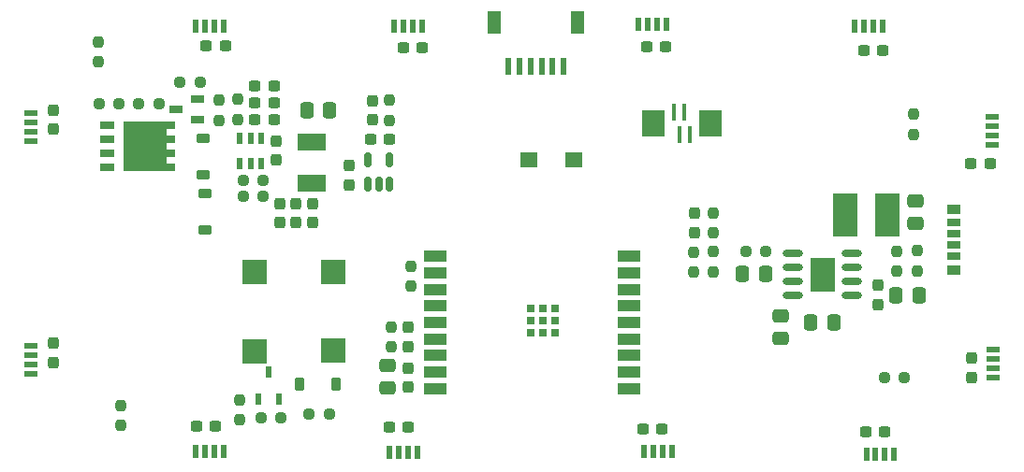
<source format=gbr>
%TF.GenerationSoftware,KiCad,Pcbnew,8.0.2*%
%TF.CreationDate,2024-07-08T12:14:41+08:00*%
%TF.ProjectId,bat_rf,6261745f-7266-42e6-9b69-6361645f7063,rev?*%
%TF.SameCoordinates,Original*%
%TF.FileFunction,Paste,Bot*%
%TF.FilePolarity,Positive*%
%FSLAX46Y46*%
G04 Gerber Fmt 4.6, Leading zero omitted, Abs format (unit mm)*
G04 Created by KiCad (PCBNEW 8.0.2) date 2024-07-08 12:14:41*
%MOMM*%
%LPD*%
G01*
G04 APERTURE LIST*
G04 Aperture macros list*
%AMRoundRect*
0 Rectangle with rounded corners*
0 $1 Rounding radius*
0 $2 $3 $4 $5 $6 $7 $8 $9 X,Y pos of 4 corners*
0 Add a 4 corners polygon primitive as box body*
4,1,4,$2,$3,$4,$5,$6,$7,$8,$9,$2,$3,0*
0 Add four circle primitives for the rounded corners*
1,1,$1+$1,$2,$3*
1,1,$1+$1,$4,$5*
1,1,$1+$1,$6,$7*
1,1,$1+$1,$8,$9*
0 Add four rect primitives between the rounded corners*
20,1,$1+$1,$2,$3,$4,$5,0*
20,1,$1+$1,$4,$5,$6,$7,0*
20,1,$1+$1,$6,$7,$8,$9,0*
20,1,$1+$1,$8,$9,$2,$3,0*%
G04 Aperture macros list end*
%ADD10C,0.120000*%
%ADD11R,3.800000X4.400000*%
%ADD12R,1.200000X0.580000*%
%ADD13RoundRect,0.237500X-0.250000X-0.237500X0.250000X-0.237500X0.250000X0.237500X-0.250000X0.237500X0*%
%ADD14R,1.200000X0.550000*%
%ADD15RoundRect,0.225000X-0.375000X0.225000X-0.375000X-0.225000X0.375000X-0.225000X0.375000X0.225000X0*%
%ADD16RoundRect,0.237500X0.237500X-0.250000X0.237500X0.250000X-0.237500X0.250000X-0.237500X-0.250000X0*%
%ADD17RoundRect,0.237500X0.300000X0.237500X-0.300000X0.237500X-0.300000X-0.237500X0.300000X-0.237500X0*%
%ADD18R,0.550000X1.200000*%
%ADD19RoundRect,0.237500X0.237500X-0.300000X0.237500X0.300000X-0.237500X0.300000X-0.237500X-0.300000X0*%
%ADD20RoundRect,0.237500X0.250000X0.237500X-0.250000X0.237500X-0.250000X-0.237500X0.250000X-0.237500X0*%
%ADD21RoundRect,0.237500X0.237500X-0.287500X0.237500X0.287500X-0.237500X0.287500X-0.237500X-0.287500X0*%
%ADD22RoundRect,0.237500X-0.237500X0.250000X-0.237500X-0.250000X0.237500X-0.250000X0.237500X0.250000X0*%
%ADD23R,1.530000X1.360000*%
%ADD24R,0.600000X1.600000*%
%ADD25R,1.200000X2.000000*%
%ADD26R,0.532000X1.072000*%
%ADD27RoundRect,0.237500X-0.300000X-0.237500X0.300000X-0.237500X0.300000X0.237500X-0.300000X0.237500X0*%
%ADD28O,1.865000X0.630000*%
%ADD29R,2.200000X3.100000*%
%ADD30RoundRect,0.250000X0.337500X0.475000X-0.337500X0.475000X-0.337500X-0.475000X0.337500X-0.475000X0*%
%ADD31RoundRect,0.237500X-0.237500X0.300000X-0.237500X-0.300000X0.237500X-0.300000X0.237500X0.300000X0*%
%ADD32R,2.500000X1.500000*%
%ADD33RoundRect,0.225000X0.375000X-0.225000X0.375000X0.225000X-0.375000X0.225000X-0.375000X-0.225000X0*%
%ADD34R,1.200000X0.700000*%
%ADD35R,1.200000X0.800000*%
%ADD36R,1.200000X0.900000*%
%ADD37R,0.400000X1.500000*%
%ADD38R,2.000000X2.400000*%
%ADD39R,2.000000X1.000000*%
%ADD40R,0.700000X0.700000*%
%ADD41R,2.200000X2.200000*%
%ADD42RoundRect,0.250000X0.475000X-0.337500X0.475000X0.337500X-0.475000X0.337500X-0.475000X-0.337500X0*%
%ADD43RoundRect,0.250000X-0.337500X-0.475000X0.337500X-0.475000X0.337500X0.475000X-0.337500X0.475000X0*%
%ADD44R,1.250000X0.700000*%
%ADD45RoundRect,0.225000X0.225000X0.375000X-0.225000X0.375000X-0.225000X-0.375000X0.225000X-0.375000X0*%
%ADD46RoundRect,0.250000X-0.475000X0.337500X-0.475000X-0.337500X0.475000X-0.337500X0.475000X0.337500X0*%
%ADD47R,0.600000X1.070000*%
%ADD48RoundRect,0.150000X0.150000X-0.512500X0.150000X0.512500X-0.150000X0.512500X-0.150000X-0.512500X0*%
%ADD49R,2.200000X3.900000*%
G04 APERTURE END LIST*
D10*
%TO.C,Q1*%
X78096000Y-78766000D02*
X78900000Y-78766000D01*
X78900000Y-79346000D01*
X78096000Y-79346000D01*
X78096000Y-80035000D01*
X78900000Y-80035000D01*
X78900000Y-80615000D01*
X78096000Y-80615000D01*
X78096000Y-81305000D01*
X78900000Y-81305000D01*
X78900000Y-81885000D01*
X78096000Y-81885000D01*
X78096000Y-82575000D01*
X78900000Y-82575000D01*
X78900000Y-83155000D01*
X78096000Y-83155000D01*
X78096000Y-83163000D01*
X74296000Y-83163000D01*
X74296000Y-78763000D01*
X78096000Y-78763000D01*
X78096000Y-78766000D01*
G36*
X78096000Y-78766000D02*
G01*
X78900000Y-78766000D01*
X78900000Y-79346000D01*
X78096000Y-79346000D01*
X78096000Y-80035000D01*
X78900000Y-80035000D01*
X78900000Y-80615000D01*
X78096000Y-80615000D01*
X78096000Y-81305000D01*
X78900000Y-81305000D01*
X78900000Y-81885000D01*
X78096000Y-81885000D01*
X78096000Y-82575000D01*
X78900000Y-82575000D01*
X78900000Y-83155000D01*
X78096000Y-83155000D01*
X78096000Y-83163000D01*
X74296000Y-83163000D01*
X74296000Y-78763000D01*
X78096000Y-78763000D01*
X78096000Y-78766000D01*
G37*
X73400000Y-79350000D02*
X72200000Y-79350000D01*
X72200000Y-78770000D01*
X73400000Y-78770000D01*
X73400000Y-79350000D01*
G36*
X73400000Y-79350000D02*
G01*
X72200000Y-79350000D01*
X72200000Y-78770000D01*
X73400000Y-78770000D01*
X73400000Y-79350000D01*
G37*
X73400000Y-80620000D02*
X72200000Y-80620000D01*
X72200000Y-80040000D01*
X73400000Y-80040000D01*
X73400000Y-80620000D01*
G36*
X73400000Y-80620000D02*
G01*
X72200000Y-80620000D01*
X72200000Y-80040000D01*
X73400000Y-80040000D01*
X73400000Y-80620000D01*
G37*
X73400000Y-81890000D02*
X72200000Y-81890000D01*
X72200000Y-81310000D01*
X73400000Y-81310000D01*
X73400000Y-81890000D01*
G36*
X73400000Y-81890000D02*
G01*
X72200000Y-81890000D01*
X72200000Y-81310000D01*
X73400000Y-81310000D01*
X73400000Y-81890000D01*
G37*
X73400000Y-83160000D02*
X72200000Y-83160000D01*
X72200000Y-82580000D01*
X73400000Y-82580000D01*
X73400000Y-83160000D01*
G36*
X73400000Y-83160000D02*
G01*
X72200000Y-83160000D01*
X72200000Y-82580000D01*
X73400000Y-82580000D01*
X73400000Y-83160000D01*
G37*
%TD*%
D11*
%TO.C,Q1*%
X76196000Y-80963000D03*
D12*
X78300000Y-82865000D03*
X78300000Y-81595000D03*
X78300000Y-80325000D03*
X78300000Y-79056000D03*
X72800000Y-79060000D03*
X72800000Y-80330000D03*
X72800000Y-81600000D03*
X72800000Y-82870000D03*
%TD*%
D13*
%TO.C,R22*%
X85101000Y-85600000D03*
X86926000Y-85600000D03*
%TD*%
D14*
%TO.C,LED8*%
X152925000Y-102005000D03*
X152925000Y-101165000D03*
X152925000Y-100325000D03*
X152925000Y-99485000D03*
%TD*%
D15*
%TO.C,D1*%
X81626000Y-85350000D03*
X81626000Y-88650000D03*
%TD*%
D16*
%TO.C,R17*%
X84800000Y-105812500D03*
X84800000Y-103987500D03*
%TD*%
D17*
%TO.C,C31*%
X101307500Y-72125000D03*
X99582500Y-72125000D03*
%TD*%
D16*
%TO.C,R16*%
X98326000Y-78700000D03*
X98326000Y-76875000D03*
%TD*%
D18*
%TO.C,LED12*%
X141485000Y-108925000D03*
X142325000Y-108925000D03*
X143165000Y-108925000D03*
X144005000Y-108925000D03*
%TD*%
D19*
%TO.C,C18*%
X88126000Y-82262500D03*
X88126000Y-80537500D03*
%TD*%
D18*
%TO.C,LED10*%
X142945000Y-70125000D03*
X142105000Y-70125000D03*
X141265000Y-70125000D03*
X140425000Y-70125000D03*
%TD*%
D20*
%TO.C,R6*%
X92912500Y-105300000D03*
X91087500Y-105300000D03*
%TD*%
D17*
%TO.C,C30*%
X123327500Y-72025000D03*
X121602500Y-72025000D03*
%TD*%
D18*
%TO.C,LED1*%
X123365000Y-70025000D03*
X122525000Y-70025000D03*
X121685000Y-70025000D03*
X120845000Y-70025000D03*
%TD*%
D21*
%TO.C,D6*%
X96776000Y-78655000D03*
X96776000Y-76905000D03*
%TD*%
D22*
%TO.C,R3*%
X145725000Y-78112500D03*
X145725000Y-79937500D03*
%TD*%
D23*
%TO.C,SW3*%
X115035000Y-82300000D03*
X110965000Y-82300000D03*
%TD*%
D22*
%TO.C,R10*%
X127600000Y-87075000D03*
X127600000Y-88900000D03*
%TD*%
D24*
%TO.C,J3*%
X109100000Y-73800000D03*
X110100000Y-73800000D03*
X111100000Y-73800000D03*
X112100000Y-73800000D03*
X113100000Y-73800000D03*
X114100000Y-73800000D03*
D25*
X115400000Y-69800000D03*
X107800000Y-69800000D03*
%TD*%
D18*
%TO.C,LED6*%
X80848250Y-108665000D03*
X81688250Y-108665000D03*
X82528250Y-108665000D03*
X83368250Y-108665000D03*
%TD*%
D26*
%TO.C,U3*%
X86726000Y-82600000D03*
X85776000Y-82600000D03*
X84826000Y-82600000D03*
X84826000Y-80302000D03*
X85776000Y-80302000D03*
X86726000Y-80302000D03*
%TD*%
D27*
%TO.C,C2*%
X86163500Y-77100000D03*
X87888500Y-77100000D03*
%TD*%
D18*
%TO.C,LED2*%
X101265000Y-70125000D03*
X100425000Y-70125000D03*
X99585000Y-70125000D03*
X98745000Y-70125000D03*
%TD*%
D16*
%TO.C,R5*%
X74000000Y-106325000D03*
X74000000Y-104500000D03*
%TD*%
D28*
%TO.C,U2*%
X134818000Y-94570000D03*
X134818000Y-93300000D03*
X134818000Y-92030000D03*
X134818000Y-90760000D03*
X140182000Y-90760000D03*
X140182000Y-92030000D03*
X140182000Y-93300000D03*
X140182000Y-94570000D03*
D29*
X137500000Y-92665000D03*
%TD*%
D30*
%TO.C,FB1*%
X92963500Y-77800000D03*
X90888500Y-77800000D03*
%TD*%
D31*
%TO.C,C33*%
X67925000Y-77737500D03*
X67925000Y-79462500D03*
%TD*%
D32*
%TO.C,L1*%
X91326000Y-80650000D03*
X91326000Y-84350000D03*
%TD*%
D31*
%TO.C,C7*%
X89916000Y-86212500D03*
X89916000Y-87937500D03*
%TD*%
D13*
%TO.C,R18*%
X130587500Y-90525000D03*
X132412500Y-90525000D03*
%TD*%
%TO.C,R7*%
X86712500Y-105675000D03*
X88537500Y-105675000D03*
%TD*%
D16*
%TO.C,R14*%
X125850000Y-92437500D03*
X125850000Y-90612500D03*
%TD*%
D27*
%TO.C,C36*%
X98342500Y-106445000D03*
X100067500Y-106445000D03*
%TD*%
D33*
%TO.C,D7*%
X81526000Y-83650000D03*
X81526000Y-80350000D03*
%TD*%
D31*
%TO.C,C34*%
X67925000Y-98882500D03*
X67925000Y-100607500D03*
%TD*%
D27*
%TO.C,C11*%
X121253250Y-106665000D03*
X122978250Y-106665000D03*
%TD*%
D34*
%TO.C,J1*%
X149420000Y-88980000D03*
D35*
X149420000Y-91000000D03*
D36*
X149420000Y-92230000D03*
D34*
X149420000Y-89980000D03*
D35*
X149420000Y-87960000D03*
D36*
X149420000Y-86730000D03*
%TD*%
D37*
%TO.C,P1*%
X125550000Y-80014000D03*
X125050000Y-77986000D03*
X124550000Y-80014000D03*
X124050000Y-77986000D03*
D38*
X122237000Y-79001000D03*
X127363000Y-78992000D03*
%TD*%
D22*
%TO.C,R1*%
X144225000Y-90525000D03*
X144225000Y-92350000D03*
%TD*%
D14*
%TO.C,LED4*%
X65925000Y-78025000D03*
X65925000Y-78865000D03*
X65925000Y-79705000D03*
X65925000Y-80545000D03*
%TD*%
D39*
%TO.C,U1*%
X102485500Y-103000000D03*
X102485500Y-101500000D03*
X102485500Y-100000000D03*
X102485500Y-98500000D03*
X102485500Y-97000000D03*
X102485500Y-95500000D03*
X102485500Y-94000000D03*
X102485500Y-92500000D03*
X102485500Y-91000000D03*
X119985500Y-91000000D03*
X119985500Y-92500000D03*
X119985500Y-94000000D03*
X119985500Y-95500000D03*
X119985500Y-97000000D03*
X119985500Y-98500000D03*
X119985500Y-100000000D03*
X119985500Y-101500000D03*
X119985500Y-103000000D03*
D40*
X111095500Y-95700000D03*
X111095500Y-96800000D03*
X111095500Y-97900000D03*
X112195500Y-95700000D03*
X112195500Y-96800000D03*
X112195500Y-97900000D03*
X113295500Y-95700000D03*
X113295500Y-96800000D03*
X113295500Y-97900000D03*
%TD*%
D18*
%TO.C,LED3*%
X83325000Y-70125000D03*
X82485000Y-70125000D03*
X81645000Y-70125000D03*
X80805000Y-70125000D03*
%TD*%
D41*
%TO.C,U5*%
X93241000Y-99568000D03*
X86143000Y-99581000D03*
X86172000Y-92420000D03*
X93257000Y-92419000D03*
%TD*%
D27*
%TO.C,C35*%
X80900000Y-106425000D03*
X82625000Y-106425000D03*
%TD*%
D17*
%TO.C,C6*%
X152662500Y-82600000D03*
X150937500Y-82600000D03*
%TD*%
D31*
%TO.C,C27*%
X142500000Y-93637500D03*
X142500000Y-95362500D03*
%TD*%
D17*
%TO.C,C15*%
X98338500Y-80362500D03*
X96613500Y-80362500D03*
%TD*%
D22*
%TO.C,R13*%
X72000000Y-71587500D03*
X72000000Y-73412500D03*
%TD*%
D42*
%TO.C,C12*%
X98200000Y-102937500D03*
X98200000Y-100862500D03*
%TD*%
D20*
%TO.C,R19*%
X77512500Y-77200000D03*
X75687500Y-77200000D03*
%TD*%
D42*
%TO.C,C28*%
X145925000Y-88037500D03*
X145925000Y-85962500D03*
%TD*%
D17*
%TO.C,C32*%
X83507500Y-71925000D03*
X81782500Y-71925000D03*
%TD*%
D19*
%TO.C,C16*%
X100000000Y-99162500D03*
X100000000Y-97437500D03*
%TD*%
%TO.C,C13*%
X100000000Y-102862500D03*
X100000000Y-101137500D03*
%TD*%
D13*
%TO.C,R15*%
X143087500Y-102000000D03*
X144912500Y-102000000D03*
%TD*%
D30*
%TO.C,C40*%
X132337500Y-92625000D03*
X130262500Y-92625000D03*
%TD*%
D43*
%TO.C,C29*%
X144187500Y-94525000D03*
X146262500Y-94525000D03*
%TD*%
D14*
%TO.C,LED9*%
X152825000Y-80925000D03*
X152825000Y-80085000D03*
X152825000Y-79245000D03*
X152825000Y-78405000D03*
%TD*%
D27*
%TO.C,C17*%
X141422500Y-106925000D03*
X143147500Y-106925000D03*
%TD*%
%TO.C,C1*%
X86163500Y-78620000D03*
X87888500Y-78620000D03*
%TD*%
D43*
%TO.C,C10*%
X136462500Y-97000000D03*
X138537500Y-97000000D03*
%TD*%
D13*
%TO.C,R21*%
X79413500Y-75200000D03*
X81238500Y-75200000D03*
%TD*%
D16*
%TO.C,R12*%
X98500000Y-99212500D03*
X98500000Y-97387500D03*
%TD*%
D18*
%TO.C,LED7*%
X98350000Y-108800000D03*
X99190000Y-108800000D03*
X100030000Y-108800000D03*
X100870000Y-108800000D03*
%TD*%
D22*
%TO.C,R23*%
X84626000Y-76787500D03*
X84626000Y-78612500D03*
%TD*%
D31*
%TO.C,C4*%
X88426000Y-86237500D03*
X88426000Y-87962500D03*
%TD*%
D44*
%TO.C,U4*%
X81026000Y-76750000D03*
X81026000Y-78650000D03*
X79026000Y-77700000D03*
%TD*%
D18*
%TO.C,LED11*%
X121373250Y-108665000D03*
X122213250Y-108665000D03*
X123053250Y-108665000D03*
X123893250Y-108665000D03*
%TD*%
D17*
%TO.C,C14*%
X142987500Y-72325000D03*
X141262500Y-72325000D03*
%TD*%
D45*
%TO.C,D5*%
X93550000Y-102600000D03*
X90250000Y-102600000D03*
%TD*%
D27*
%TO.C,C3*%
X86163500Y-75600000D03*
X87888500Y-75600000D03*
%TD*%
D16*
%TO.C,R4*%
X100300000Y-93712500D03*
X100300000Y-91887500D03*
%TD*%
%TO.C,R2*%
X146125000Y-92337500D03*
X146125000Y-90512500D03*
%TD*%
D46*
%TO.C,C26*%
X133700000Y-96362500D03*
X133700000Y-98437500D03*
%TD*%
D19*
%TO.C,C5*%
X150985000Y-101953250D03*
X150985000Y-100228250D03*
%TD*%
D22*
%TO.C,R9*%
X127600000Y-90575000D03*
X127600000Y-92400000D03*
%TD*%
D13*
%TO.C,R11*%
X85101000Y-84100000D03*
X86926000Y-84100000D03*
%TD*%
D14*
%TO.C,LED5*%
X65925000Y-99125000D03*
X65925000Y-99965000D03*
X65925000Y-100805000D03*
X65925000Y-101645000D03*
%TD*%
D47*
%TO.C,Q5*%
X88350000Y-103935000D03*
X86450000Y-103935000D03*
X87400000Y-101465000D03*
%TD*%
D48*
%TO.C,U7*%
X98326000Y-84500000D03*
X97376000Y-84500000D03*
X96426000Y-84500000D03*
X96426000Y-82225000D03*
X98326000Y-82225000D03*
%TD*%
D19*
%TO.C,C37*%
X125900000Y-88850000D03*
X125900000Y-87125000D03*
%TD*%
%TO.C,C9*%
X94676000Y-84525000D03*
X94676000Y-82800000D03*
%TD*%
D16*
%TO.C,R20*%
X82926000Y-78712500D03*
X82926000Y-76887500D03*
%TD*%
D31*
%TO.C,C8*%
X91426000Y-86212500D03*
X91426000Y-87937500D03*
%TD*%
D49*
%TO.C,L2*%
X143400000Y-87250000D03*
X139600000Y-87250000D03*
%TD*%
D20*
%TO.C,R8*%
X73912500Y-77200000D03*
X72087500Y-77200000D03*
%TD*%
M02*

</source>
